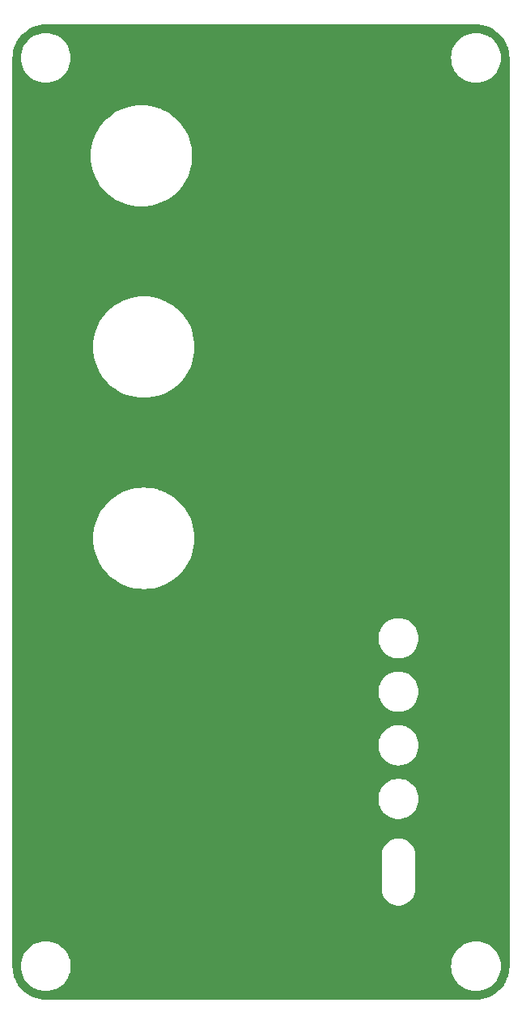
<source format=gbr>
%TF.GenerationSoftware,KiCad,Pcbnew,8.0.9-8.0.9-0~ubuntu24.04.1*%
%TF.CreationDate,2025-03-26T20:50:53+01:00*%
%TF.ProjectId,X7000II-FrontPanel,58373030-3049-4492-9d46-726f6e745061,rev?*%
%TF.SameCoordinates,Original*%
%TF.FileFunction,Copper,L1,Top*%
%TF.FilePolarity,Positive*%
%FSLAX46Y46*%
G04 Gerber Fmt 4.6, Leading zero omitted, Abs format (unit mm)*
G04 Created by KiCad (PCBNEW 8.0.9-8.0.9-0~ubuntu24.04.1) date 2025-03-26 20:50:53*
%MOMM*%
%LPD*%
G01*
G04 APERTURE LIST*
G04 APERTURE END LIST*
%TA.AperFunction,NonConductor*%
G36*
X146753032Y-45250648D02*
G01*
X147086929Y-45267052D01*
X147099037Y-45268245D01*
X147202146Y-45283539D01*
X147426699Y-45316849D01*
X147438617Y-45319219D01*
X147759951Y-45399709D01*
X147771588Y-45403240D01*
X147842806Y-45428722D01*
X148083467Y-45514832D01*
X148094688Y-45519479D01*
X148394163Y-45661120D01*
X148404871Y-45666844D01*
X148688988Y-45837137D01*
X148699106Y-45843897D01*
X148965170Y-46041224D01*
X148974576Y-46048944D01*
X149220013Y-46271395D01*
X149228604Y-46279986D01*
X149367434Y-46433161D01*
X149451055Y-46525423D01*
X149458775Y-46534829D01*
X149656102Y-46800893D01*
X149662862Y-46811011D01*
X149791776Y-47026092D01*
X149833148Y-47095116D01*
X149838883Y-47105844D01*
X149937728Y-47314835D01*
X149980514Y-47405297D01*
X149985170Y-47416540D01*
X150096759Y-47728411D01*
X150100292Y-47740055D01*
X150180777Y-48061369D01*
X150183151Y-48073305D01*
X150231754Y-48400962D01*
X150232947Y-48413071D01*
X150249351Y-48746966D01*
X150249500Y-48753051D01*
X150249500Y-143746948D01*
X150249351Y-143753033D01*
X150232947Y-144086928D01*
X150231754Y-144099037D01*
X150183151Y-144426694D01*
X150180777Y-144438630D01*
X150100292Y-144759944D01*
X150096759Y-144771588D01*
X149985170Y-145083459D01*
X149980514Y-145094702D01*
X149838885Y-145394151D01*
X149833148Y-145404883D01*
X149662862Y-145688988D01*
X149656102Y-145699106D01*
X149458775Y-145965170D01*
X149451055Y-145974576D01*
X149228611Y-146220006D01*
X149220006Y-146228611D01*
X148974576Y-146451055D01*
X148965170Y-146458775D01*
X148699106Y-146656102D01*
X148688988Y-146662862D01*
X148404883Y-146833148D01*
X148394151Y-146838885D01*
X148094702Y-146980514D01*
X148083459Y-146985170D01*
X147771588Y-147096759D01*
X147759944Y-147100292D01*
X147438630Y-147180777D01*
X147426694Y-147183151D01*
X147099037Y-147231754D01*
X147086928Y-147232947D01*
X146771989Y-147248419D01*
X146753031Y-147249351D01*
X146746949Y-147249500D01*
X101753051Y-147249500D01*
X101746968Y-147249351D01*
X101726900Y-147248365D01*
X101413071Y-147232947D01*
X101400962Y-147231754D01*
X101073305Y-147183151D01*
X101061369Y-147180777D01*
X100740055Y-147100292D01*
X100728411Y-147096759D01*
X100416540Y-146985170D01*
X100405301Y-146980515D01*
X100105844Y-146838883D01*
X100095121Y-146833150D01*
X99811011Y-146662862D01*
X99800893Y-146656102D01*
X99534829Y-146458775D01*
X99525423Y-146451055D01*
X99486475Y-146415755D01*
X99279986Y-146228604D01*
X99271395Y-146220013D01*
X99048944Y-145974576D01*
X99041224Y-145965170D01*
X98844605Y-145700060D01*
X98843895Y-145699103D01*
X98837137Y-145688988D01*
X98666844Y-145404871D01*
X98661120Y-145394163D01*
X98519479Y-145094688D01*
X98514829Y-145083459D01*
X98403240Y-144771588D01*
X98399707Y-144759944D01*
X98378133Y-144673816D01*
X98319219Y-144438617D01*
X98316848Y-144426694D01*
X98308955Y-144373486D01*
X98268245Y-144099037D01*
X98267052Y-144086927D01*
X98250649Y-143753032D01*
X98250575Y-143750000D01*
X99144747Y-143750000D01*
X99163741Y-144064023D01*
X99163741Y-144064028D01*
X99163742Y-144064029D01*
X99220451Y-144373478D01*
X99220452Y-144373482D01*
X99220453Y-144373486D01*
X99314039Y-144673816D01*
X99314043Y-144673827D01*
X99314044Y-144673830D01*
X99314046Y-144673835D01*
X99443163Y-144960721D01*
X99530151Y-145104616D01*
X99605924Y-145229960D01*
X99799942Y-145477605D01*
X100022394Y-145700057D01*
X100270039Y-145894075D01*
X100270044Y-145894078D01*
X100270048Y-145894081D01*
X100539279Y-146056837D01*
X100826165Y-146185954D01*
X100826175Y-146185957D01*
X100826183Y-146185960D01*
X100963056Y-146228611D01*
X101126522Y-146279549D01*
X101435971Y-146336258D01*
X101750000Y-146355253D01*
X102064029Y-146336258D01*
X102373478Y-146279549D01*
X102673835Y-146185954D01*
X102960721Y-146056837D01*
X103229952Y-145894081D01*
X103477602Y-145700060D01*
X103700060Y-145477602D01*
X103894081Y-145229952D01*
X104056837Y-144960721D01*
X104185954Y-144673835D01*
X104279549Y-144373478D01*
X104336258Y-144064029D01*
X104355253Y-143750000D01*
X144144747Y-143750000D01*
X144163741Y-144064023D01*
X144163741Y-144064028D01*
X144163742Y-144064029D01*
X144220451Y-144373478D01*
X144220452Y-144373482D01*
X144220453Y-144373486D01*
X144314039Y-144673816D01*
X144314043Y-144673827D01*
X144314044Y-144673830D01*
X144314046Y-144673835D01*
X144443163Y-144960721D01*
X144530151Y-145104616D01*
X144605924Y-145229960D01*
X144799942Y-145477605D01*
X145022394Y-145700057D01*
X145270039Y-145894075D01*
X145270044Y-145894078D01*
X145270048Y-145894081D01*
X145539279Y-146056837D01*
X145826165Y-146185954D01*
X145826175Y-146185957D01*
X145826183Y-146185960D01*
X145963056Y-146228611D01*
X146126522Y-146279549D01*
X146435971Y-146336258D01*
X146750000Y-146355253D01*
X147064029Y-146336258D01*
X147373478Y-146279549D01*
X147673835Y-146185954D01*
X147960721Y-146056837D01*
X148229952Y-145894081D01*
X148477602Y-145700060D01*
X148700060Y-145477602D01*
X148894081Y-145229952D01*
X149056837Y-144960721D01*
X149185954Y-144673835D01*
X149279549Y-144373478D01*
X149336258Y-144064029D01*
X149355253Y-143750000D01*
X149336258Y-143435971D01*
X149279549Y-143126522D01*
X149185954Y-142826165D01*
X149056837Y-142539279D01*
X148894081Y-142270048D01*
X148894078Y-142270044D01*
X148894075Y-142270039D01*
X148700057Y-142022394D01*
X148477605Y-141799942D01*
X148229960Y-141605924D01*
X148229952Y-141605919D01*
X147960721Y-141443163D01*
X147673835Y-141314046D01*
X147673830Y-141314044D01*
X147673827Y-141314043D01*
X147673816Y-141314039D01*
X147373486Y-141220453D01*
X147373482Y-141220452D01*
X147373478Y-141220451D01*
X147064029Y-141163742D01*
X147064028Y-141163741D01*
X147064023Y-141163741D01*
X146750000Y-141144747D01*
X146435976Y-141163741D01*
X146435971Y-141163742D01*
X146126522Y-141220451D01*
X146126519Y-141220451D01*
X146126513Y-141220453D01*
X145826183Y-141314039D01*
X145826172Y-141314043D01*
X145539283Y-141443161D01*
X145539281Y-141443162D01*
X145270039Y-141605924D01*
X145022394Y-141799942D01*
X144799942Y-142022394D01*
X144605924Y-142270039D01*
X144443162Y-142539281D01*
X144443161Y-142539283D01*
X144314043Y-142826172D01*
X144314039Y-142826183D01*
X144220453Y-143126513D01*
X144163741Y-143435976D01*
X144144747Y-143750000D01*
X104355253Y-143750000D01*
X104336258Y-143435971D01*
X104279549Y-143126522D01*
X104185954Y-142826165D01*
X104056837Y-142539279D01*
X103894081Y-142270048D01*
X103894078Y-142270044D01*
X103894075Y-142270039D01*
X103700057Y-142022394D01*
X103477605Y-141799942D01*
X103229960Y-141605924D01*
X103229952Y-141605919D01*
X102960721Y-141443163D01*
X102673835Y-141314046D01*
X102673830Y-141314044D01*
X102673827Y-141314043D01*
X102673816Y-141314039D01*
X102373486Y-141220453D01*
X102373482Y-141220452D01*
X102373478Y-141220451D01*
X102064029Y-141163742D01*
X102064028Y-141163741D01*
X102064023Y-141163741D01*
X101750000Y-141144747D01*
X101435976Y-141163741D01*
X101435971Y-141163742D01*
X101126522Y-141220451D01*
X101126519Y-141220451D01*
X101126513Y-141220453D01*
X100826183Y-141314039D01*
X100826172Y-141314043D01*
X100539283Y-141443161D01*
X100539281Y-141443162D01*
X100270039Y-141605924D01*
X100022394Y-141799942D01*
X99799942Y-142022394D01*
X99605924Y-142270039D01*
X99443162Y-142539281D01*
X99443161Y-142539283D01*
X99314043Y-142826172D01*
X99314039Y-142826183D01*
X99220453Y-143126513D01*
X99163741Y-143435976D01*
X99144747Y-143750000D01*
X98250575Y-143750000D01*
X98250500Y-143746948D01*
X98250500Y-132024803D01*
X136889500Y-132024803D01*
X136889500Y-135775196D01*
X136925135Y-136023044D01*
X136925136Y-136023048D01*
X136995676Y-136263291D01*
X136995678Y-136263297D01*
X137099695Y-136491061D01*
X137099705Y-136491079D01*
X137235068Y-136701708D01*
X137235072Y-136701714D01*
X137399047Y-136890952D01*
X137588285Y-137054927D01*
X137588291Y-137054931D01*
X137798920Y-137190294D01*
X137798928Y-137190298D01*
X137798932Y-137190301D01*
X137798935Y-137190302D01*
X137798938Y-137190304D01*
X138026702Y-137294321D01*
X138026708Y-137294323D01*
X138229788Y-137353951D01*
X138266954Y-137364864D01*
X138514802Y-137400500D01*
X138514803Y-137400500D01*
X138765197Y-137400500D01*
X138765198Y-137400500D01*
X139013046Y-137364864D01*
X139141803Y-137327057D01*
X139253291Y-137294323D01*
X139253297Y-137294321D01*
X139253297Y-137294320D01*
X139253300Y-137294320D01*
X139481068Y-137190301D01*
X139691715Y-137054927D01*
X139880952Y-136890952D01*
X140044927Y-136701715D01*
X140180301Y-136491068D01*
X140284320Y-136263300D01*
X140354864Y-136023046D01*
X140390500Y-135775198D01*
X140390500Y-135650000D01*
X140390500Y-135584108D01*
X140390500Y-132084108D01*
X140390500Y-132024802D01*
X140354864Y-131776954D01*
X140308786Y-131620023D01*
X140284323Y-131536708D01*
X140284321Y-131536702D01*
X140180304Y-131308938D01*
X140180294Y-131308920D01*
X140044931Y-131098291D01*
X140044927Y-131098285D01*
X139880952Y-130909047D01*
X139691714Y-130745072D01*
X139691708Y-130745068D01*
X139481079Y-130609705D01*
X139481061Y-130609695D01*
X139253297Y-130505678D01*
X139253291Y-130505676D01*
X139013048Y-130435136D01*
X139013044Y-130435135D01*
X138836468Y-130409747D01*
X138765198Y-130399500D01*
X138705892Y-130399500D01*
X138640000Y-130399500D01*
X138514802Y-130399500D01*
X138479167Y-130404623D01*
X138266955Y-130435135D01*
X138266951Y-130435136D01*
X138026708Y-130505676D01*
X138026702Y-130505678D01*
X137798938Y-130609695D01*
X137798920Y-130609705D01*
X137588291Y-130745068D01*
X137588285Y-130745072D01*
X137399047Y-130909047D01*
X137235072Y-131098285D01*
X137235068Y-131098291D01*
X137099705Y-131308920D01*
X137099695Y-131308938D01*
X136995678Y-131536702D01*
X136995676Y-131536708D01*
X136925136Y-131776951D01*
X136925135Y-131776955D01*
X136889500Y-132024803D01*
X98250500Y-132024803D01*
X98250500Y-126250000D01*
X136534592Y-126250000D01*
X136554201Y-126536680D01*
X136612666Y-126818034D01*
X136612667Y-126818037D01*
X136708894Y-127088793D01*
X136708893Y-127088793D01*
X136841098Y-127343935D01*
X137006812Y-127578700D01*
X137091923Y-127669831D01*
X137202947Y-127788708D01*
X137425853Y-127970055D01*
X137671382Y-128119365D01*
X137858237Y-128200526D01*
X137934942Y-128233844D01*
X138211642Y-128311371D01*
X138461920Y-128345771D01*
X138496321Y-128350500D01*
X138496322Y-128350500D01*
X138783679Y-128350500D01*
X138814370Y-128346281D01*
X139068358Y-128311371D01*
X139345058Y-128233844D01*
X139458015Y-128184779D01*
X139608617Y-128119365D01*
X139608620Y-128119363D01*
X139608625Y-128119361D01*
X139854147Y-127970055D01*
X140077053Y-127788708D01*
X140273189Y-127578698D01*
X140438901Y-127343936D01*
X140571104Y-127088797D01*
X140667334Y-126818032D01*
X140725798Y-126536686D01*
X140745408Y-126250000D01*
X140725798Y-125963314D01*
X140667334Y-125681968D01*
X140571105Y-125411206D01*
X140571106Y-125411206D01*
X140438901Y-125156064D01*
X140273187Y-124921299D01*
X140194554Y-124837105D01*
X140077053Y-124711292D01*
X139854147Y-124529945D01*
X139854146Y-124529944D01*
X139608617Y-124380634D01*
X139345063Y-124266158D01*
X139345061Y-124266157D01*
X139345058Y-124266156D01*
X139215578Y-124229877D01*
X139068364Y-124188630D01*
X139068359Y-124188629D01*
X139068358Y-124188629D01*
X138926018Y-124169064D01*
X138783679Y-124149500D01*
X138783678Y-124149500D01*
X138496322Y-124149500D01*
X138496321Y-124149500D01*
X138211642Y-124188629D01*
X138211635Y-124188630D01*
X138003861Y-124246845D01*
X137934942Y-124266156D01*
X137934939Y-124266156D01*
X137934936Y-124266158D01*
X137934935Y-124266158D01*
X137671382Y-124380634D01*
X137425853Y-124529944D01*
X137202950Y-124711289D01*
X137006812Y-124921299D01*
X136841098Y-125156064D01*
X136708894Y-125411206D01*
X136612667Y-125681962D01*
X136612666Y-125681965D01*
X136554201Y-125963319D01*
X136534592Y-126250000D01*
X98250500Y-126250000D01*
X98250500Y-120650000D01*
X136534592Y-120650000D01*
X136554201Y-120936680D01*
X136612666Y-121218034D01*
X136612667Y-121218037D01*
X136708894Y-121488793D01*
X136708893Y-121488793D01*
X136841098Y-121743935D01*
X137006812Y-121978700D01*
X137091923Y-122069831D01*
X137202947Y-122188708D01*
X137425853Y-122370055D01*
X137671382Y-122519365D01*
X137858237Y-122600526D01*
X137934942Y-122633844D01*
X138211642Y-122711371D01*
X138461920Y-122745771D01*
X138496321Y-122750500D01*
X138496322Y-122750500D01*
X138783679Y-122750500D01*
X138814370Y-122746281D01*
X139068358Y-122711371D01*
X139345058Y-122633844D01*
X139458015Y-122584779D01*
X139608617Y-122519365D01*
X139608620Y-122519363D01*
X139608625Y-122519361D01*
X139854147Y-122370055D01*
X140077053Y-122188708D01*
X140273189Y-121978698D01*
X140438901Y-121743936D01*
X140571104Y-121488797D01*
X140667334Y-121218032D01*
X140725798Y-120936686D01*
X140745408Y-120650000D01*
X140725798Y-120363314D01*
X140667334Y-120081968D01*
X140571105Y-119811206D01*
X140571106Y-119811206D01*
X140438901Y-119556064D01*
X140273187Y-119321299D01*
X140194554Y-119237105D01*
X140077053Y-119111292D01*
X139854147Y-118929945D01*
X139854146Y-118929944D01*
X139608617Y-118780634D01*
X139345063Y-118666158D01*
X139345061Y-118666157D01*
X139345058Y-118666156D01*
X139215578Y-118629877D01*
X139068364Y-118588630D01*
X139068359Y-118588629D01*
X139068358Y-118588629D01*
X138926018Y-118569064D01*
X138783679Y-118549500D01*
X138783678Y-118549500D01*
X138496322Y-118549500D01*
X138496321Y-118549500D01*
X138211642Y-118588629D01*
X138211635Y-118588630D01*
X138003861Y-118646845D01*
X137934942Y-118666156D01*
X137934939Y-118666156D01*
X137934936Y-118666158D01*
X137934935Y-118666158D01*
X137671382Y-118780634D01*
X137425853Y-118929944D01*
X137202950Y-119111289D01*
X137006812Y-119321299D01*
X136841098Y-119556064D01*
X136708894Y-119811206D01*
X136612667Y-120081962D01*
X136612666Y-120081965D01*
X136554201Y-120363319D01*
X136534592Y-120650000D01*
X98250500Y-120650000D01*
X98250500Y-115050000D01*
X136534592Y-115050000D01*
X136554201Y-115336680D01*
X136612666Y-115618034D01*
X136612667Y-115618037D01*
X136708894Y-115888793D01*
X136708893Y-115888793D01*
X136841098Y-116143935D01*
X137006812Y-116378700D01*
X137091923Y-116469831D01*
X137202947Y-116588708D01*
X137425853Y-116770055D01*
X137671382Y-116919365D01*
X137858237Y-117000526D01*
X137934942Y-117033844D01*
X138211642Y-117111371D01*
X138461920Y-117145771D01*
X138496321Y-117150500D01*
X138496322Y-117150500D01*
X138783679Y-117150500D01*
X138814370Y-117146281D01*
X139068358Y-117111371D01*
X139345058Y-117033844D01*
X139458015Y-116984779D01*
X139608617Y-116919365D01*
X139608620Y-116919363D01*
X139608625Y-116919361D01*
X139854147Y-116770055D01*
X140077053Y-116588708D01*
X140273189Y-116378698D01*
X140438901Y-116143936D01*
X140571104Y-115888797D01*
X140667334Y-115618032D01*
X140725798Y-115336686D01*
X140745408Y-115050000D01*
X140725798Y-114763314D01*
X140667334Y-114481968D01*
X140571105Y-114211206D01*
X140571106Y-114211206D01*
X140438901Y-113956064D01*
X140273187Y-113721299D01*
X140194554Y-113637105D01*
X140077053Y-113511292D01*
X139854147Y-113329945D01*
X139854146Y-113329944D01*
X139608617Y-113180634D01*
X139345063Y-113066158D01*
X139345061Y-113066157D01*
X139345058Y-113066156D01*
X139215578Y-113029877D01*
X139068364Y-112988630D01*
X139068359Y-112988629D01*
X139068358Y-112988629D01*
X138926018Y-112969064D01*
X138783679Y-112949500D01*
X138783678Y-112949500D01*
X138496322Y-112949500D01*
X138496321Y-112949500D01*
X138211642Y-112988629D01*
X138211635Y-112988630D01*
X138003861Y-113046845D01*
X137934942Y-113066156D01*
X137934939Y-113066156D01*
X137934936Y-113066158D01*
X137934935Y-113066158D01*
X137671382Y-113180634D01*
X137425853Y-113329944D01*
X137202950Y-113511289D01*
X137006812Y-113721299D01*
X136841098Y-113956064D01*
X136708894Y-114211206D01*
X136612667Y-114481962D01*
X136612666Y-114481965D01*
X136554201Y-114763319D01*
X136534592Y-115050000D01*
X98250500Y-115050000D01*
X98250500Y-109450000D01*
X136534592Y-109450000D01*
X136554201Y-109736680D01*
X136612666Y-110018034D01*
X136612667Y-110018037D01*
X136708894Y-110288793D01*
X136708893Y-110288793D01*
X136841098Y-110543935D01*
X137006812Y-110778700D01*
X137091923Y-110869831D01*
X137202947Y-110988708D01*
X137425853Y-111170055D01*
X137671382Y-111319365D01*
X137858237Y-111400526D01*
X137934942Y-111433844D01*
X138211642Y-111511371D01*
X138461920Y-111545771D01*
X138496321Y-111550500D01*
X138496322Y-111550500D01*
X138783679Y-111550500D01*
X138814370Y-111546281D01*
X139068358Y-111511371D01*
X139345058Y-111433844D01*
X139458015Y-111384779D01*
X139608617Y-111319365D01*
X139608620Y-111319363D01*
X139608625Y-111319361D01*
X139854147Y-111170055D01*
X140077053Y-110988708D01*
X140273189Y-110778698D01*
X140438901Y-110543936D01*
X140571104Y-110288797D01*
X140667334Y-110018032D01*
X140725798Y-109736686D01*
X140745408Y-109450000D01*
X140725798Y-109163314D01*
X140667334Y-108881968D01*
X140571105Y-108611206D01*
X140571106Y-108611206D01*
X140438901Y-108356064D01*
X140273187Y-108121299D01*
X140194554Y-108037105D01*
X140077053Y-107911292D01*
X139854147Y-107729945D01*
X139854146Y-107729944D01*
X139608617Y-107580634D01*
X139345063Y-107466158D01*
X139345061Y-107466157D01*
X139345058Y-107466156D01*
X139215578Y-107429877D01*
X139068364Y-107388630D01*
X139068359Y-107388629D01*
X139068358Y-107388629D01*
X138926018Y-107369064D01*
X138783679Y-107349500D01*
X138783678Y-107349500D01*
X138496322Y-107349500D01*
X138496321Y-107349500D01*
X138211642Y-107388629D01*
X138211635Y-107388630D01*
X138003861Y-107446845D01*
X137934942Y-107466156D01*
X137934939Y-107466156D01*
X137934936Y-107466158D01*
X137934935Y-107466158D01*
X137671382Y-107580634D01*
X137425853Y-107729944D01*
X137202950Y-107911289D01*
X137006812Y-108121299D01*
X136841098Y-108356064D01*
X136708894Y-108611206D01*
X136612667Y-108881962D01*
X136612666Y-108881965D01*
X136554201Y-109163319D01*
X136534592Y-109450000D01*
X98250500Y-109450000D01*
X98250500Y-99000000D01*
X106694450Y-99000000D01*
X106714638Y-99462407D01*
X106775051Y-99921286D01*
X106775052Y-99921295D01*
X106875233Y-100373182D01*
X107014414Y-100814604D01*
X107191540Y-101242226D01*
X107405253Y-101652765D01*
X107405257Y-101652771D01*
X107405259Y-101652775D01*
X107505574Y-101810238D01*
X107653950Y-102043142D01*
X107935707Y-102410335D01*
X107935711Y-102410340D01*
X108248408Y-102751588D01*
X108248411Y-102751591D01*
X108589659Y-103064288D01*
X108589664Y-103064292D01*
X108956857Y-103346049D01*
X108956862Y-103346052D01*
X109347225Y-103594741D01*
X109347231Y-103594744D01*
X109347234Y-103594746D01*
X109757773Y-103808459D01*
X109757778Y-103808461D01*
X110185395Y-103985586D01*
X110626823Y-104124768D01*
X111078701Y-104224947D01*
X111537591Y-104285361D01*
X112000000Y-104305550D01*
X112462409Y-104285361D01*
X112921299Y-104224947D01*
X113373177Y-104124768D01*
X113814605Y-103985586D01*
X114242222Y-103808461D01*
X114652775Y-103594741D01*
X115043138Y-103346052D01*
X115410342Y-103064287D01*
X115751590Y-102751590D01*
X116064287Y-102410342D01*
X116346052Y-102043138D01*
X116594741Y-101652775D01*
X116808461Y-101242222D01*
X116985586Y-100814605D01*
X117124768Y-100373177D01*
X117224947Y-99921299D01*
X117285361Y-99462409D01*
X117305550Y-99000000D01*
X117285361Y-98537591D01*
X117224947Y-98078701D01*
X117124768Y-97626823D01*
X116985586Y-97185395D01*
X116808461Y-96757778D01*
X116808459Y-96757773D01*
X116594746Y-96347234D01*
X116594744Y-96347231D01*
X116594741Y-96347225D01*
X116346052Y-95956862D01*
X116346049Y-95956857D01*
X116064292Y-95589664D01*
X116064288Y-95589659D01*
X115751591Y-95248411D01*
X115751588Y-95248408D01*
X115410340Y-94935711D01*
X115410335Y-94935707D01*
X115043142Y-94653950D01*
X114810238Y-94505574D01*
X114652775Y-94405259D01*
X114652771Y-94405257D01*
X114652765Y-94405253D01*
X114242226Y-94191540D01*
X113979977Y-94082913D01*
X113814605Y-94014414D01*
X113658536Y-93965205D01*
X113373182Y-93875233D01*
X112921295Y-93775052D01*
X112921286Y-93775051D01*
X112462407Y-93714638D01*
X112000000Y-93694450D01*
X111537592Y-93714638D01*
X111078713Y-93775051D01*
X111078704Y-93775052D01*
X110626817Y-93875233D01*
X110185395Y-94014414D01*
X109757773Y-94191540D01*
X109347234Y-94405253D01*
X108956857Y-94653950D01*
X108589664Y-94935707D01*
X108589659Y-94935711D01*
X108248411Y-95248408D01*
X108248408Y-95248411D01*
X107935711Y-95589659D01*
X107935707Y-95589664D01*
X107653950Y-95956857D01*
X107405253Y-96347234D01*
X107191540Y-96757773D01*
X107014414Y-97185395D01*
X106875233Y-97626817D01*
X106775052Y-98078704D01*
X106775051Y-98078713D01*
X106714638Y-98537592D01*
X106694450Y-99000000D01*
X98250500Y-99000000D01*
X98250500Y-79000000D01*
X106694450Y-79000000D01*
X106714638Y-79462407D01*
X106775051Y-79921286D01*
X106775052Y-79921295D01*
X106875233Y-80373182D01*
X107014414Y-80814604D01*
X107191540Y-81242226D01*
X107405253Y-81652765D01*
X107405257Y-81652771D01*
X107405259Y-81652775D01*
X107505574Y-81810238D01*
X107653950Y-82043142D01*
X107935707Y-82410335D01*
X107935711Y-82410340D01*
X108248408Y-82751588D01*
X108248411Y-82751591D01*
X108589659Y-83064288D01*
X108589664Y-83064292D01*
X108956857Y-83346049D01*
X108956862Y-83346052D01*
X109347225Y-83594741D01*
X109347231Y-83594744D01*
X109347234Y-83594746D01*
X109757773Y-83808459D01*
X109757778Y-83808461D01*
X110185395Y-83985586D01*
X110626823Y-84124768D01*
X111078701Y-84224947D01*
X111537591Y-84285361D01*
X112000000Y-84305550D01*
X112462409Y-84285361D01*
X112921299Y-84224947D01*
X113373177Y-84124768D01*
X113814605Y-83985586D01*
X114242222Y-83808461D01*
X114652775Y-83594741D01*
X115043138Y-83346052D01*
X115410342Y-83064287D01*
X115751590Y-82751590D01*
X116064287Y-82410342D01*
X116346052Y-82043138D01*
X116594741Y-81652775D01*
X116808461Y-81242222D01*
X116985586Y-80814605D01*
X117124768Y-80373177D01*
X117224947Y-79921299D01*
X117285361Y-79462409D01*
X117305550Y-79000000D01*
X117285361Y-78537591D01*
X117224947Y-78078701D01*
X117124768Y-77626823D01*
X116985586Y-77185395D01*
X116808461Y-76757778D01*
X116808459Y-76757773D01*
X116594746Y-76347234D01*
X116594744Y-76347231D01*
X116594741Y-76347225D01*
X116346052Y-75956862D01*
X116346049Y-75956857D01*
X116064292Y-75589664D01*
X116064288Y-75589659D01*
X115751591Y-75248411D01*
X115751588Y-75248408D01*
X115410340Y-74935711D01*
X115410335Y-74935707D01*
X115043142Y-74653950D01*
X114810238Y-74505574D01*
X114652775Y-74405259D01*
X114652771Y-74405257D01*
X114652765Y-74405253D01*
X114242226Y-74191540D01*
X113979977Y-74082913D01*
X113814605Y-74014414D01*
X113658536Y-73965205D01*
X113373182Y-73875233D01*
X112921295Y-73775052D01*
X112921286Y-73775051D01*
X112462407Y-73714638D01*
X112000000Y-73694450D01*
X111537592Y-73714638D01*
X111078713Y-73775051D01*
X111078704Y-73775052D01*
X110626817Y-73875233D01*
X110185395Y-74014414D01*
X109757773Y-74191540D01*
X109347234Y-74405253D01*
X108956857Y-74653950D01*
X108589664Y-74935707D01*
X108589659Y-74935711D01*
X108248411Y-75248408D01*
X108248408Y-75248411D01*
X107935711Y-75589659D01*
X107935707Y-75589664D01*
X107653950Y-75956857D01*
X107405253Y-76347234D01*
X107191540Y-76757773D01*
X107014414Y-77185395D01*
X106875233Y-77626817D01*
X106775052Y-78078704D01*
X106775051Y-78078713D01*
X106714638Y-78537592D01*
X106694450Y-79000000D01*
X98250500Y-79000000D01*
X98250500Y-59000000D01*
X106444450Y-59000000D01*
X106464638Y-59462407D01*
X106525051Y-59921286D01*
X106525052Y-59921295D01*
X106625233Y-60373182D01*
X106764414Y-60814604D01*
X106941540Y-61242226D01*
X107155253Y-61652765D01*
X107155257Y-61652771D01*
X107155259Y-61652775D01*
X107255574Y-61810238D01*
X107403950Y-62043142D01*
X107685707Y-62410335D01*
X107685711Y-62410340D01*
X107998408Y-62751588D01*
X107998411Y-62751591D01*
X108339659Y-63064288D01*
X108339664Y-63064292D01*
X108706857Y-63346049D01*
X108706862Y-63346052D01*
X109097225Y-63594741D01*
X109097231Y-63594744D01*
X109097234Y-63594746D01*
X109507773Y-63808459D01*
X109507778Y-63808461D01*
X109935395Y-63985586D01*
X110376823Y-64124768D01*
X110828701Y-64224947D01*
X111287591Y-64285361D01*
X111750000Y-64305550D01*
X112212409Y-64285361D01*
X112671299Y-64224947D01*
X113123177Y-64124768D01*
X113564605Y-63985586D01*
X113992222Y-63808461D01*
X114402775Y-63594741D01*
X114793138Y-63346052D01*
X115160342Y-63064287D01*
X115501590Y-62751590D01*
X115814287Y-62410342D01*
X116096052Y-62043138D01*
X116344741Y-61652775D01*
X116558461Y-61242222D01*
X116735586Y-60814605D01*
X116874768Y-60373177D01*
X116974947Y-59921299D01*
X117035361Y-59462409D01*
X117055550Y-59000000D01*
X117035361Y-58537591D01*
X116974947Y-58078701D01*
X116874768Y-57626823D01*
X116735586Y-57185395D01*
X116558461Y-56757778D01*
X116558459Y-56757773D01*
X116344746Y-56347234D01*
X116344744Y-56347231D01*
X116344741Y-56347225D01*
X116096052Y-55956862D01*
X116096049Y-55956857D01*
X115814292Y-55589664D01*
X115814288Y-55589659D01*
X115501591Y-55248411D01*
X115501588Y-55248408D01*
X115160340Y-54935711D01*
X115160335Y-54935707D01*
X114793142Y-54653950D01*
X114560238Y-54505574D01*
X114402775Y-54405259D01*
X114402771Y-54405257D01*
X114402765Y-54405253D01*
X113992226Y-54191540D01*
X113729977Y-54082913D01*
X113564605Y-54014414D01*
X113408536Y-53965205D01*
X113123182Y-53875233D01*
X112671295Y-53775052D01*
X112671286Y-53775051D01*
X112212407Y-53714638D01*
X111750000Y-53694450D01*
X111287592Y-53714638D01*
X110828713Y-53775051D01*
X110828704Y-53775052D01*
X110376817Y-53875233D01*
X109935395Y-54014414D01*
X109507773Y-54191540D01*
X109097234Y-54405253D01*
X108706857Y-54653950D01*
X108339664Y-54935707D01*
X108339659Y-54935711D01*
X107998411Y-55248408D01*
X107998408Y-55248411D01*
X107685711Y-55589659D01*
X107685707Y-55589664D01*
X107403950Y-55956857D01*
X107155253Y-56347234D01*
X106941540Y-56757773D01*
X106764414Y-57185395D01*
X106625233Y-57626817D01*
X106525052Y-58078704D01*
X106525051Y-58078713D01*
X106464638Y-58537592D01*
X106444450Y-59000000D01*
X98250500Y-59000000D01*
X98250500Y-48753051D01*
X98250649Y-48746967D01*
X98250991Y-48740000D01*
X99134747Y-48740000D01*
X99153741Y-49054023D01*
X99153741Y-49054028D01*
X99153742Y-49054029D01*
X99210451Y-49363478D01*
X99210452Y-49363482D01*
X99210453Y-49363486D01*
X99304039Y-49663816D01*
X99304043Y-49663827D01*
X99304044Y-49663830D01*
X99304046Y-49663835D01*
X99433163Y-49950721D01*
X99595919Y-50219952D01*
X99595924Y-50219960D01*
X99789942Y-50467605D01*
X100012394Y-50690057D01*
X100260039Y-50884075D01*
X100260044Y-50884078D01*
X100260048Y-50884081D01*
X100529279Y-51046837D01*
X100816165Y-51175954D01*
X100816175Y-51175957D01*
X100816183Y-51175960D01*
X101016403Y-51238350D01*
X101116522Y-51269549D01*
X101425971Y-51326258D01*
X101740000Y-51345253D01*
X102054029Y-51326258D01*
X102363478Y-51269549D01*
X102663835Y-51175954D01*
X102950721Y-51046837D01*
X103219952Y-50884081D01*
X103467602Y-50690060D01*
X103690060Y-50467602D01*
X103884081Y-50219952D01*
X104046837Y-49950721D01*
X104175954Y-49663835D01*
X104269549Y-49363478D01*
X104326258Y-49054029D01*
X104344648Y-48750000D01*
X144144747Y-48750000D01*
X144163741Y-49064023D01*
X144163741Y-49064028D01*
X144163742Y-49064029D01*
X144220451Y-49373478D01*
X144220452Y-49373482D01*
X144220453Y-49373486D01*
X144314039Y-49673816D01*
X144314043Y-49673827D01*
X144314044Y-49673830D01*
X144314046Y-49673835D01*
X144443163Y-49960721D01*
X144487476Y-50034023D01*
X144605924Y-50229960D01*
X144799942Y-50477605D01*
X145022394Y-50700057D01*
X145270039Y-50894075D01*
X145270044Y-50894078D01*
X145270048Y-50894081D01*
X145539279Y-51056837D01*
X145826165Y-51185954D01*
X145826175Y-51185957D01*
X145826183Y-51185960D01*
X146026403Y-51248350D01*
X146126522Y-51279549D01*
X146435971Y-51336258D01*
X146750000Y-51355253D01*
X147064029Y-51336258D01*
X147373478Y-51279549D01*
X147673835Y-51185954D01*
X147960721Y-51056837D01*
X148229952Y-50894081D01*
X148477602Y-50700060D01*
X148700060Y-50477602D01*
X148894081Y-50229952D01*
X149056837Y-49960721D01*
X149185954Y-49673835D01*
X149279549Y-49373478D01*
X149336258Y-49064029D01*
X149355253Y-48750000D01*
X149336258Y-48435971D01*
X149279549Y-48126522D01*
X149185954Y-47826165D01*
X149056837Y-47539279D01*
X148894081Y-47270048D01*
X148894078Y-47270044D01*
X148894075Y-47270039D01*
X148700057Y-47022394D01*
X148477605Y-46799942D01*
X148229960Y-46605924D01*
X148213410Y-46595919D01*
X147960721Y-46443163D01*
X147673835Y-46314046D01*
X147673830Y-46314044D01*
X147673827Y-46314043D01*
X147673816Y-46314039D01*
X147373486Y-46220453D01*
X147373482Y-46220452D01*
X147373478Y-46220451D01*
X147064029Y-46163742D01*
X147064028Y-46163741D01*
X147064023Y-46163741D01*
X146750000Y-46144747D01*
X146435976Y-46163741D01*
X146435971Y-46163742D01*
X146126522Y-46220451D01*
X146126519Y-46220451D01*
X146126513Y-46220453D01*
X145826183Y-46314039D01*
X145826172Y-46314043D01*
X145539283Y-46443161D01*
X145539281Y-46443162D01*
X145270039Y-46605924D01*
X145022394Y-46799942D01*
X144799942Y-47022394D01*
X144605924Y-47270039D01*
X144605919Y-47270048D01*
X144443163Y-47539279D01*
X144318544Y-47816172D01*
X144314043Y-47826172D01*
X144314039Y-47826183D01*
X144220453Y-48126513D01*
X144163741Y-48435976D01*
X144144747Y-48750000D01*
X104344648Y-48750000D01*
X104345253Y-48740000D01*
X104326258Y-48425971D01*
X104269549Y-48116522D01*
X104179076Y-47826183D01*
X104175960Y-47816183D01*
X104175956Y-47816172D01*
X104175954Y-47816165D01*
X104046837Y-47529279D01*
X103884081Y-47260048D01*
X103884078Y-47260044D01*
X103884075Y-47260039D01*
X103690057Y-47012394D01*
X103467605Y-46789942D01*
X103219960Y-46595924D01*
X103219952Y-46595919D01*
X102950721Y-46433163D01*
X102663835Y-46304046D01*
X102663830Y-46304044D01*
X102663827Y-46304043D01*
X102663816Y-46304039D01*
X102363486Y-46210453D01*
X102363482Y-46210452D01*
X102363478Y-46210451D01*
X102054029Y-46153742D01*
X102054028Y-46153741D01*
X102054023Y-46153741D01*
X101740000Y-46134747D01*
X101425976Y-46153741D01*
X101425971Y-46153742D01*
X101116522Y-46210451D01*
X101116519Y-46210451D01*
X101116513Y-46210453D01*
X100816183Y-46304039D01*
X100816172Y-46304043D01*
X100816166Y-46304045D01*
X100816165Y-46304046D01*
X100529279Y-46433163D01*
X100512739Y-46443162D01*
X100260039Y-46595924D01*
X100012394Y-46789942D01*
X99789942Y-47012394D01*
X99595924Y-47260039D01*
X99433162Y-47529281D01*
X99433161Y-47529283D01*
X99304043Y-47816172D01*
X99304039Y-47816183D01*
X99210453Y-48116513D01*
X99210451Y-48116519D01*
X99210451Y-48116522D01*
X99202116Y-48162007D01*
X99153741Y-48425976D01*
X99134747Y-48740000D01*
X98250991Y-48740000D01*
X98262792Y-48499783D01*
X98267052Y-48413068D01*
X98268245Y-48400962D01*
X98316849Y-48073296D01*
X98319218Y-48061385D01*
X98399710Y-47740043D01*
X98403240Y-47728411D01*
X98470912Y-47539281D01*
X98514835Y-47416525D01*
X98519476Y-47405318D01*
X98661124Y-47105828D01*
X98666840Y-47095136D01*
X98837145Y-46810998D01*
X98843888Y-46800905D01*
X99041232Y-46534818D01*
X99048935Y-46525433D01*
X99271405Y-46279975D01*
X99279975Y-46271405D01*
X99525433Y-46048935D01*
X99534818Y-46041232D01*
X99800905Y-45843888D01*
X99810998Y-45837145D01*
X100095136Y-45666840D01*
X100105828Y-45661124D01*
X100405318Y-45519476D01*
X100416525Y-45514835D01*
X100728412Y-45403239D01*
X100740043Y-45399710D01*
X101061385Y-45319218D01*
X101073296Y-45316849D01*
X101400962Y-45268244D01*
X101413068Y-45267052D01*
X101746967Y-45250648D01*
X101753051Y-45250500D01*
X101815892Y-45250500D01*
X146684108Y-45250500D01*
X146746949Y-45250500D01*
X146753032Y-45250648D01*
G37*
%TD.AperFunction*%
M02*

</source>
